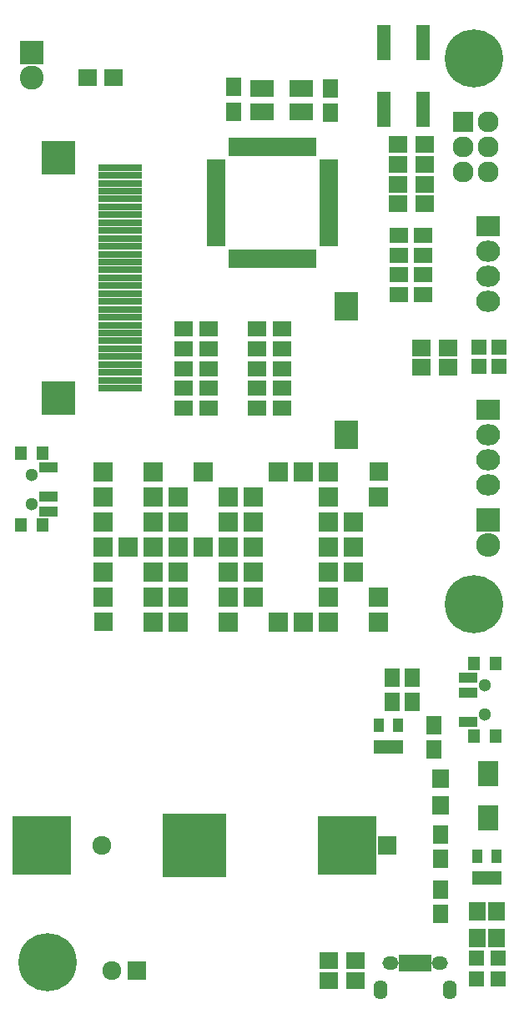
<source format=gbr>
G04 #@! TF.FileFunction,Soldermask,Top*
%FSLAX45Y45*%
G04 Gerber Fmt 4.5, Leading zero omitted, Abs format (unit mm)*
G04 Created by KiCad (PCBNEW 4.0.2+dfsg1-stable) date Sat May  7 02:04:56 2016*
%MOMM*%
G01*
G04 APERTURE LIST*
%ADD10C,0.100000*%
%ADD11R,1.700000X1.900000*%
%ADD12C,2.432000*%
%ADD13R,2.432000X2.432000*%
%ADD14C,5.900000*%
%ADD15C,1.300000*%
%ADD16R,1.900000X1.100000*%
%ADD17R,1.200000X1.400000*%
%ADD18R,1.650000X1.900000*%
%ADD19R,1.900000X1.650000*%
%ADD20R,2.432000X2.127200*%
%ADD21O,2.432000X2.127200*%
%ADD22R,1.900000X1.700000*%
%ADD23R,1.050000X1.460000*%
%ADD24R,2.400000X1.700000*%
%ADD25R,1.598880X1.598880*%
%ADD26R,2.080000X2.600000*%
%ADD27O,2.432000X2.432000*%
%ADD28C,1.924000*%
%ADD29R,1.924000X1.924000*%
%ADD30R,1.900000X0.950000*%
%ADD31R,0.950000X1.900000*%
%ADD32R,0.800000X1.750000*%
%ADD33O,1.650000X1.350000*%
%ADD34O,1.400000X1.950000*%
%ADD35R,2.127200X2.127200*%
%ADD36O,2.127200X2.127200*%
%ADD37R,2.400000X2.900000*%
%ADD38R,1.400000X3.600000*%
%ADD39R,4.400000X0.800000*%
%ADD40R,3.400000X3.400000*%
%ADD41R,5.900000X5.900000*%
%ADD42R,6.400000X6.400000*%
G04 APERTURE END LIST*
D10*
D11*
X8990000Y-13325000D03*
X8990000Y-13055000D03*
D12*
X4270000Y-4600000D03*
D13*
X4270000Y-4346000D03*
D14*
X4430000Y-13570000D03*
D15*
X8872500Y-11060000D03*
X8872500Y-10760000D03*
D16*
X8697500Y-11135000D03*
X8697500Y-10835000D03*
X8697500Y-10685000D03*
D17*
X8982500Y-11275000D03*
X8982500Y-10545000D03*
X8762500Y-10545000D03*
X8762500Y-11275000D03*
D18*
X8420000Y-13085000D03*
X8420000Y-12835000D03*
X8420000Y-12525000D03*
X8420000Y-12275000D03*
X6320000Y-4945000D03*
X6320000Y-4695000D03*
X7300000Y-4955000D03*
X7300000Y-4705000D03*
X8350000Y-11165000D03*
X8350000Y-11415000D03*
D19*
X5815000Y-7150000D03*
X6065000Y-7150000D03*
X5815000Y-7350000D03*
X6065000Y-7350000D03*
X5815000Y-7550000D03*
X6065000Y-7550000D03*
X5815000Y-7750000D03*
X6065000Y-7750000D03*
X5815000Y-7950000D03*
X6065000Y-7950000D03*
X6560000Y-7150000D03*
X6810000Y-7150000D03*
X6560000Y-7350000D03*
X6810000Y-7350000D03*
X6560000Y-7550000D03*
X6810000Y-7550000D03*
X6560000Y-7750000D03*
X6810000Y-7750000D03*
X6560000Y-7950000D03*
X6810000Y-7950000D03*
D20*
X8905000Y-6105000D03*
D21*
X8905000Y-6359000D03*
X8905000Y-6613000D03*
X8905000Y-6867000D03*
D20*
X8905000Y-7970000D03*
D21*
X8905000Y-8224000D03*
X8905000Y-8478000D03*
X8905000Y-8732000D03*
D11*
X8790000Y-13325000D03*
X8790000Y-13055000D03*
X8420000Y-11985000D03*
X8420000Y-11715000D03*
D22*
X8495000Y-7340000D03*
X8225000Y-7340000D03*
X8495000Y-7540000D03*
X8225000Y-7540000D03*
X7985000Y-5480000D03*
X8255000Y-5480000D03*
X4835000Y-4600000D03*
X5105000Y-4600000D03*
D23*
X8795000Y-12720000D03*
X8890000Y-12720000D03*
X8985000Y-12720000D03*
X8985000Y-12500000D03*
X8795000Y-12500000D03*
X7795000Y-11390000D03*
X7890000Y-11390000D03*
X7985000Y-11390000D03*
X7985000Y-11170000D03*
X7795000Y-11170000D03*
D24*
X6610000Y-4950000D03*
X7010000Y-4950000D03*
X7010000Y-4710000D03*
X6610000Y-4710000D03*
D25*
X8780000Y-13744902D03*
X8780000Y-13535098D03*
X8805098Y-7335000D03*
X9014902Y-7335000D03*
X8805098Y-7525000D03*
X9014902Y-7525000D03*
D26*
X8900000Y-12105000D03*
X8900000Y-11660000D03*
D14*
X8760000Y-9940000D03*
D25*
X9000000Y-13744902D03*
X9000000Y-13535098D03*
D13*
X8905000Y-9090000D03*
D27*
X8905000Y-9344000D03*
D28*
X5085000Y-13655000D03*
D29*
X5339000Y-13655000D03*
D15*
X4267500Y-8625000D03*
X4267500Y-8925000D03*
D16*
X4442500Y-8550000D03*
X4442500Y-8850000D03*
X4442500Y-9000000D03*
D17*
X4157500Y-8410000D03*
X4157500Y-9140000D03*
X4377500Y-9140000D03*
X4377500Y-8410000D03*
D30*
X7285000Y-6270000D03*
X7285000Y-6190000D03*
X7285000Y-6110000D03*
X7285000Y-6030000D03*
X7285000Y-5950000D03*
X7285000Y-5870000D03*
X7285000Y-5790000D03*
X7285000Y-5710000D03*
X7285000Y-5630000D03*
X7285000Y-5550000D03*
X7285000Y-5470000D03*
D31*
X7115000Y-5300000D03*
X7035000Y-5300000D03*
X6955000Y-5300000D03*
X6875000Y-5300000D03*
X6795000Y-5300000D03*
X6715000Y-5300000D03*
X6635000Y-5300000D03*
X6555000Y-5300000D03*
X6475000Y-5300000D03*
X6395000Y-5300000D03*
X6315000Y-5300000D03*
D30*
X6145000Y-5470000D03*
X6145000Y-5550000D03*
X6145000Y-5630000D03*
X6145000Y-5710000D03*
X6145000Y-5790000D03*
X6145000Y-5870000D03*
X6145000Y-5950000D03*
X6145000Y-6030000D03*
X6145000Y-6110000D03*
X6145000Y-6190000D03*
X6145000Y-6270000D03*
D31*
X6315000Y-6440000D03*
X6395000Y-6440000D03*
X6475000Y-6440000D03*
X6555000Y-6440000D03*
X6635000Y-6440000D03*
X6715000Y-6440000D03*
X6795000Y-6440000D03*
X6875000Y-6440000D03*
X6955000Y-6440000D03*
X7035000Y-6440000D03*
X7115000Y-6440000D03*
D14*
X8760000Y-4400000D03*
D19*
X8245000Y-6400000D03*
X7995000Y-6400000D03*
X8245000Y-6600000D03*
X7995000Y-6600000D03*
D18*
X7930000Y-10935000D03*
X7930000Y-10685000D03*
X8130000Y-10935000D03*
X8130000Y-10685000D03*
D19*
X7995000Y-6200000D03*
X8245000Y-6200000D03*
D32*
X8029660Y-13585146D03*
X8094660Y-13585146D03*
X8159660Y-13585146D03*
X8224660Y-13585146D03*
X8289660Y-13585146D03*
D33*
X7909660Y-13585146D03*
X8409660Y-13585146D03*
D34*
X7809660Y-13855146D03*
X8509660Y-13855146D03*
D28*
X4980000Y-12390000D03*
D29*
X7880000Y-12390000D03*
D35*
X8650000Y-5050000D03*
D36*
X8904000Y-5050000D03*
X8650000Y-5304000D03*
X8904000Y-5304000D03*
X8650000Y-5558000D03*
X8904000Y-5558000D03*
D22*
X7555000Y-13560000D03*
X7285000Y-13560000D03*
X7555000Y-13760000D03*
X7285000Y-13760000D03*
D37*
X7460000Y-8220000D03*
X7460000Y-6920000D03*
D22*
X7985000Y-5280000D03*
X8255000Y-5280000D03*
D38*
X7840000Y-4240000D03*
X7840000Y-4920000D03*
X8240000Y-4920000D03*
X8240000Y-4240000D03*
D39*
X5170000Y-7750000D03*
X5170000Y-7670000D03*
X5170000Y-7590000D03*
X5170000Y-7510000D03*
X5170000Y-7430000D03*
X5170000Y-7350000D03*
X5170000Y-7270000D03*
X5170000Y-7190000D03*
X5170000Y-7110000D03*
X5170000Y-7030000D03*
X5170000Y-6950000D03*
X5170000Y-6870000D03*
X5170000Y-6790000D03*
X5170000Y-6710000D03*
X5170000Y-6630000D03*
X5170000Y-6550000D03*
X5170000Y-6470000D03*
X5170000Y-6390000D03*
X5170000Y-6310000D03*
X5170000Y-6230000D03*
X5170000Y-6150000D03*
X5170000Y-6070000D03*
X5170000Y-5990000D03*
X5170000Y-5910000D03*
X5170000Y-5830000D03*
X5170000Y-5750000D03*
X5170000Y-5670000D03*
X5170000Y-5590000D03*
X5170000Y-5510000D03*
D40*
X4540000Y-5410000D03*
X4540000Y-7850000D03*
D19*
X7995000Y-6800000D03*
X8245000Y-6800000D03*
D22*
X7985000Y-5680000D03*
X8255000Y-5680000D03*
X7985000Y-5880000D03*
X8255000Y-5880000D03*
D41*
X4370000Y-12390000D03*
X7470000Y-12390000D03*
D42*
X5920000Y-12390000D03*
D29*
X4996000Y-10122000D03*
D10*
G36*
X7693800Y-10218200D02*
X7693800Y-10025800D01*
X7886200Y-10025800D01*
X7886200Y-10218200D01*
X7693800Y-10218200D01*
X7693800Y-10218200D01*
G37*
G36*
X4899800Y-8694200D02*
X4899800Y-8501800D01*
X5092200Y-8501800D01*
X5092200Y-8694200D01*
X4899800Y-8694200D01*
X4899800Y-8694200D01*
G37*
D29*
X7790000Y-8598000D03*
D10*
G36*
X4899800Y-8948200D02*
X4899800Y-8755800D01*
X5092200Y-8755800D01*
X5092200Y-8948200D01*
X4899800Y-8948200D01*
X4899800Y-8948200D01*
G37*
G36*
X4899800Y-9202200D02*
X4899800Y-9009800D01*
X5092200Y-9009800D01*
X5092200Y-9202200D01*
X4899800Y-9202200D01*
X4899800Y-9202200D01*
G37*
G36*
X4899800Y-9456200D02*
X4899800Y-9263800D01*
X5092200Y-9263800D01*
X5092200Y-9456200D01*
X4899800Y-9456200D01*
X4899800Y-9456200D01*
G37*
G36*
X4899800Y-9710200D02*
X4899800Y-9517800D01*
X5092200Y-9517800D01*
X5092200Y-9710200D01*
X4899800Y-9710200D01*
X4899800Y-9710200D01*
G37*
G36*
X4899800Y-9964200D02*
X4899800Y-9771800D01*
X5092200Y-9771800D01*
X5092200Y-9964200D01*
X4899800Y-9964200D01*
X4899800Y-9964200D01*
G37*
G36*
X5153800Y-9456200D02*
X5153800Y-9263800D01*
X5346200Y-9263800D01*
X5346200Y-9456200D01*
X5153800Y-9456200D01*
X5153800Y-9456200D01*
G37*
G36*
X5407800Y-9456200D02*
X5407800Y-9263800D01*
X5600200Y-9263800D01*
X5600200Y-9456200D01*
X5407800Y-9456200D01*
X5407800Y-9456200D01*
G37*
G36*
X5407800Y-9202200D02*
X5407800Y-9009800D01*
X5600200Y-9009800D01*
X5600200Y-9202200D01*
X5407800Y-9202200D01*
X5407800Y-9202200D01*
G37*
G36*
X5407800Y-8948200D02*
X5407800Y-8755800D01*
X5600200Y-8755800D01*
X5600200Y-8948200D01*
X5407800Y-8948200D01*
X5407800Y-8948200D01*
G37*
G36*
X5407800Y-8694200D02*
X5407800Y-8501800D01*
X5600200Y-8501800D01*
X5600200Y-8694200D01*
X5407800Y-8694200D01*
X5407800Y-8694200D01*
G37*
G36*
X5407800Y-9710200D02*
X5407800Y-9517800D01*
X5600200Y-9517800D01*
X5600200Y-9710200D01*
X5407800Y-9710200D01*
X5407800Y-9710200D01*
G37*
G36*
X5407800Y-9964200D02*
X5407800Y-9771800D01*
X5600200Y-9771800D01*
X5600200Y-9964200D01*
X5407800Y-9964200D01*
X5407800Y-9964200D01*
G37*
G36*
X5407800Y-10218200D02*
X5407800Y-10025800D01*
X5600200Y-10025800D01*
X5600200Y-10218200D01*
X5407800Y-10218200D01*
X5407800Y-10218200D01*
G37*
G36*
X5661800Y-10218200D02*
X5661800Y-10025800D01*
X5854200Y-10025800D01*
X5854200Y-10218200D01*
X5661800Y-10218200D01*
X5661800Y-10218200D01*
G37*
G36*
X5661800Y-9964200D02*
X5661800Y-9771800D01*
X5854200Y-9771800D01*
X5854200Y-9964200D01*
X5661800Y-9964200D01*
X5661800Y-9964200D01*
G37*
G36*
X5661800Y-9710200D02*
X5661800Y-9517800D01*
X5854200Y-9517800D01*
X5854200Y-9710200D01*
X5661800Y-9710200D01*
X5661800Y-9710200D01*
G37*
G36*
X5661800Y-9456200D02*
X5661800Y-9263800D01*
X5854200Y-9263800D01*
X5854200Y-9456200D01*
X5661800Y-9456200D01*
X5661800Y-9456200D01*
G37*
G36*
X5661800Y-9202200D02*
X5661800Y-9009800D01*
X5854200Y-9009800D01*
X5854200Y-9202200D01*
X5661800Y-9202200D01*
X5661800Y-9202200D01*
G37*
G36*
X5915800Y-8694200D02*
X5915800Y-8501800D01*
X6108200Y-8501800D01*
X6108200Y-8694200D01*
X5915800Y-8694200D01*
X5915800Y-8694200D01*
G37*
G36*
X5661800Y-8948200D02*
X5661800Y-8755800D01*
X5854200Y-8755800D01*
X5854200Y-8948200D01*
X5661800Y-8948200D01*
X5661800Y-8948200D01*
G37*
G36*
X6169800Y-8948200D02*
X6169800Y-8755800D01*
X6362200Y-8755800D01*
X6362200Y-8948200D01*
X6169800Y-8948200D01*
X6169800Y-8948200D01*
G37*
G36*
X6169800Y-9202200D02*
X6169800Y-9009800D01*
X6362200Y-9009800D01*
X6362200Y-9202200D01*
X6169800Y-9202200D01*
X6169800Y-9202200D01*
G37*
G36*
X6169800Y-9456200D02*
X6169800Y-9263800D01*
X6362200Y-9263800D01*
X6362200Y-9456200D01*
X6169800Y-9456200D01*
X6169800Y-9456200D01*
G37*
G36*
X6169800Y-9710200D02*
X6169800Y-9517800D01*
X6362200Y-9517800D01*
X6362200Y-9710200D01*
X6169800Y-9710200D01*
X6169800Y-9710200D01*
G37*
G36*
X6169800Y-9964200D02*
X6169800Y-9771800D01*
X6362200Y-9771800D01*
X6362200Y-9964200D01*
X6169800Y-9964200D01*
X6169800Y-9964200D01*
G37*
G36*
X6169800Y-10218200D02*
X6169800Y-10025800D01*
X6362200Y-10025800D01*
X6362200Y-10218200D01*
X6169800Y-10218200D01*
X6169800Y-10218200D01*
G37*
G36*
X5915800Y-9456200D02*
X5915800Y-9263800D01*
X6108200Y-9263800D01*
X6108200Y-9456200D01*
X5915800Y-9456200D01*
X5915800Y-9456200D01*
G37*
G36*
X6931800Y-8694200D02*
X6931800Y-8501800D01*
X7124200Y-8501800D01*
X7124200Y-8694200D01*
X6931800Y-8694200D01*
X6931800Y-8694200D01*
G37*
G36*
X6677800Y-8694200D02*
X6677800Y-8501800D01*
X6870200Y-8501800D01*
X6870200Y-8694200D01*
X6677800Y-8694200D01*
X6677800Y-8694200D01*
G37*
G36*
X6423800Y-8948200D02*
X6423800Y-8755800D01*
X6616200Y-8755800D01*
X6616200Y-8948200D01*
X6423800Y-8948200D01*
X6423800Y-8948200D01*
G37*
G36*
X6423800Y-9202200D02*
X6423800Y-9009800D01*
X6616200Y-9009800D01*
X6616200Y-9202200D01*
X6423800Y-9202200D01*
X6423800Y-9202200D01*
G37*
G36*
X6423800Y-9456200D02*
X6423800Y-9263800D01*
X6616200Y-9263800D01*
X6616200Y-9456200D01*
X6423800Y-9456200D01*
X6423800Y-9456200D01*
G37*
G36*
X6423800Y-9710200D02*
X6423800Y-9517800D01*
X6616200Y-9517800D01*
X6616200Y-9710200D01*
X6423800Y-9710200D01*
X6423800Y-9710200D01*
G37*
G36*
X6423800Y-9964200D02*
X6423800Y-9771800D01*
X6616200Y-9771800D01*
X6616200Y-9964200D01*
X6423800Y-9964200D01*
X6423800Y-9964200D01*
G37*
G36*
X6677800Y-10218200D02*
X6677800Y-10025800D01*
X6870200Y-10025800D01*
X6870200Y-10218200D01*
X6677800Y-10218200D01*
X6677800Y-10218200D01*
G37*
G36*
X6931800Y-10218200D02*
X6931800Y-10025800D01*
X7124200Y-10025800D01*
X7124200Y-10218200D01*
X6931800Y-10218200D01*
X6931800Y-10218200D01*
G37*
G36*
X7185800Y-8694200D02*
X7185800Y-8501800D01*
X7378200Y-8501800D01*
X7378200Y-8694200D01*
X7185800Y-8694200D01*
X7185800Y-8694200D01*
G37*
G36*
X7185800Y-8948200D02*
X7185800Y-8755800D01*
X7378200Y-8755800D01*
X7378200Y-8948200D01*
X7185800Y-8948200D01*
X7185800Y-8948200D01*
G37*
G36*
X7185800Y-9202200D02*
X7185800Y-9009800D01*
X7378200Y-9009800D01*
X7378200Y-9202200D01*
X7185800Y-9202200D01*
X7185800Y-9202200D01*
G37*
G36*
X7185800Y-9456200D02*
X7185800Y-9263800D01*
X7378200Y-9263800D01*
X7378200Y-9456200D01*
X7185800Y-9456200D01*
X7185800Y-9456200D01*
G37*
G36*
X7185800Y-9710200D02*
X7185800Y-9517800D01*
X7378200Y-9517800D01*
X7378200Y-9710200D01*
X7185800Y-9710200D01*
X7185800Y-9710200D01*
G37*
G36*
X7185800Y-9964200D02*
X7185800Y-9771800D01*
X7378200Y-9771800D01*
X7378200Y-9964200D01*
X7185800Y-9964200D01*
X7185800Y-9964200D01*
G37*
G36*
X7185800Y-10218200D02*
X7185800Y-10025800D01*
X7378200Y-10025800D01*
X7378200Y-10218200D01*
X7185800Y-10218200D01*
X7185800Y-10218200D01*
G37*
G36*
X7439800Y-9202200D02*
X7439800Y-9009800D01*
X7632200Y-9009800D01*
X7632200Y-9202200D01*
X7439800Y-9202200D01*
X7439800Y-9202200D01*
G37*
G36*
X7439800Y-9456200D02*
X7439800Y-9263800D01*
X7632200Y-9263800D01*
X7632200Y-9456200D01*
X7439800Y-9456200D01*
X7439800Y-9456200D01*
G37*
G36*
X7439800Y-9710200D02*
X7439800Y-9517800D01*
X7632200Y-9517800D01*
X7632200Y-9710200D01*
X7439800Y-9710200D01*
X7439800Y-9710200D01*
G37*
G36*
X7693800Y-9964200D02*
X7693800Y-9771800D01*
X7886200Y-9771800D01*
X7886200Y-9964200D01*
X7693800Y-9964200D01*
X7693800Y-9964200D01*
G37*
G36*
X7693800Y-8948200D02*
X7693800Y-8755800D01*
X7886200Y-8755800D01*
X7886200Y-8948200D01*
X7693800Y-8948200D01*
X7693800Y-8948200D01*
G37*
M02*

</source>
